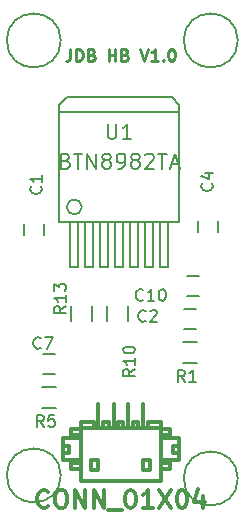
<source format=gbr>
G04 #@! TF.FileFunction,Legend,Top*
%FSLAX46Y46*%
G04 Gerber Fmt 4.6, Leading zero omitted, Abs format (unit mm)*
G04 Created by KiCad (PCBNEW 0.201508241000+6117~28~ubuntu14.04.1-product) date Sun 30 Aug 2015 03:15:56 PM PDT*
%MOMM*%
G01*
G04 APERTURE LIST*
%ADD10C,0.100000*%
%ADD11C,0.250000*%
%ADD12C,0.304800*%
%ADD13C,0.150000*%
%ADD14C,0.200000*%
G04 APERTURE END LIST*
D10*
D11*
X146360096Y-67270381D02*
X146360096Y-67984667D01*
X146312476Y-68127524D01*
X146217238Y-68222762D01*
X146074381Y-68270381D01*
X145979143Y-68270381D01*
X146836286Y-68270381D02*
X146836286Y-67270381D01*
X147074381Y-67270381D01*
X147217239Y-67318000D01*
X147312477Y-67413238D01*
X147360096Y-67508476D01*
X147407715Y-67698952D01*
X147407715Y-67841810D01*
X147360096Y-68032286D01*
X147312477Y-68127524D01*
X147217239Y-68222762D01*
X147074381Y-68270381D01*
X146836286Y-68270381D01*
X148169620Y-67746571D02*
X148312477Y-67794190D01*
X148360096Y-67841810D01*
X148407715Y-67937048D01*
X148407715Y-68079905D01*
X148360096Y-68175143D01*
X148312477Y-68222762D01*
X148217239Y-68270381D01*
X147836286Y-68270381D01*
X147836286Y-67270381D01*
X148169620Y-67270381D01*
X148264858Y-67318000D01*
X148312477Y-67365619D01*
X148360096Y-67460857D01*
X148360096Y-67556095D01*
X148312477Y-67651333D01*
X148264858Y-67698952D01*
X148169620Y-67746571D01*
X147836286Y-67746571D01*
X149598191Y-68270381D02*
X149598191Y-67270381D01*
X149598191Y-67746571D02*
X150169620Y-67746571D01*
X150169620Y-68270381D02*
X150169620Y-67270381D01*
X150979144Y-67746571D02*
X151122001Y-67794190D01*
X151169620Y-67841810D01*
X151217239Y-67937048D01*
X151217239Y-68079905D01*
X151169620Y-68175143D01*
X151122001Y-68222762D01*
X151026763Y-68270381D01*
X150645810Y-68270381D01*
X150645810Y-67270381D01*
X150979144Y-67270381D01*
X151074382Y-67318000D01*
X151122001Y-67365619D01*
X151169620Y-67460857D01*
X151169620Y-67556095D01*
X151122001Y-67651333D01*
X151074382Y-67698952D01*
X150979144Y-67746571D01*
X150645810Y-67746571D01*
X152264858Y-67270381D02*
X152598191Y-68270381D01*
X152931525Y-67270381D01*
X153788668Y-68270381D02*
X153217239Y-68270381D01*
X153502953Y-68270381D02*
X153502953Y-67270381D01*
X153407715Y-67413238D01*
X153312477Y-67508476D01*
X153217239Y-67556095D01*
X154217239Y-68175143D02*
X154264858Y-68222762D01*
X154217239Y-68270381D01*
X154169620Y-68222762D01*
X154217239Y-68175143D01*
X154217239Y-68270381D01*
X154883905Y-67270381D02*
X154979144Y-67270381D01*
X155074382Y-67318000D01*
X155122001Y-67365619D01*
X155169620Y-67460857D01*
X155217239Y-67651333D01*
X155217239Y-67889429D01*
X155169620Y-68079905D01*
X155122001Y-68175143D01*
X155074382Y-68222762D01*
X154979144Y-68270381D01*
X154883905Y-68270381D01*
X154788667Y-68222762D01*
X154741048Y-68175143D01*
X154693429Y-68079905D01*
X154645810Y-67889429D01*
X154645810Y-67651333D01*
X154693429Y-67460857D01*
X154741048Y-67365619D01*
X154788667Y-67318000D01*
X154883905Y-67270381D01*
D12*
X147220940Y-103845360D02*
X154023060Y-103845360D01*
X147220940Y-99347020D02*
X154023060Y-99347020D01*
X151622760Y-99347020D02*
X151622760Y-98846640D01*
X152120600Y-98846640D02*
X152120600Y-99347020D01*
X151620220Y-98846640D02*
X152120600Y-98846640D01*
X149120860Y-98846640D02*
X149621240Y-98846640D01*
X149621240Y-98846640D02*
X149621240Y-99347020D01*
X150822660Y-98846640D02*
X150421340Y-98846640D01*
X150421340Y-98846640D02*
X150421340Y-99347020D01*
X150822660Y-98846640D02*
X150822660Y-99347020D01*
X150022560Y-99347020D02*
X150022560Y-97345500D01*
X149123400Y-99347020D02*
X149123400Y-98846640D01*
X151221440Y-99347020D02*
X151221440Y-97345500D01*
X148724620Y-97345500D02*
X148724620Y-99347020D01*
X152519380Y-99347020D02*
X152519380Y-97345500D01*
X152920700Y-98846640D02*
X152920700Y-99347020D01*
X148323300Y-98846640D02*
X148323300Y-99347020D01*
X155519120Y-102047040D02*
X154119580Y-102047040D01*
X155021280Y-101445060D02*
X155021280Y-100845620D01*
X155521660Y-100845620D02*
X155021280Y-100845620D01*
X155521660Y-101445060D02*
X155021280Y-101445060D01*
X154820620Y-102344220D02*
X154820620Y-102844600D01*
X154820620Y-102844600D02*
X154020520Y-102844600D01*
X154020520Y-102344220D02*
X154820620Y-102344220D01*
X155521660Y-100246180D02*
X155521660Y-102047040D01*
X155519120Y-100246180D02*
X154020520Y-100246180D01*
X154020520Y-99446080D02*
X154820620Y-99446080D01*
X154820620Y-99946460D02*
X154020520Y-99946460D01*
X154820620Y-99446080D02*
X154820620Y-99946460D01*
X147223480Y-102346760D02*
X146423380Y-102346760D01*
X146423380Y-102346760D02*
X146423380Y-102847140D01*
X146423380Y-102847140D02*
X147223480Y-102847140D01*
X146423380Y-99446080D02*
X146423380Y-99946460D01*
X147223480Y-99946460D02*
X146423380Y-99946460D01*
X146423380Y-99446080D02*
X147223480Y-99446080D01*
X146225260Y-101445060D02*
X145724880Y-101445060D01*
X146225260Y-100845620D02*
X145724880Y-100845620D01*
X146225260Y-101445060D02*
X146225260Y-100845620D01*
X147223480Y-100246180D02*
X145724880Y-100246180D01*
X145724880Y-100246180D02*
X145724880Y-102047040D01*
X145724880Y-102047040D02*
X147223480Y-102047040D01*
X154020520Y-98846640D02*
X154020520Y-103845360D01*
X147223480Y-103845360D02*
X147223480Y-98846640D01*
X152519380Y-102044500D02*
X153118820Y-102044500D01*
X153118820Y-102044500D02*
X153118820Y-102946200D01*
X153118820Y-102946200D02*
X152519380Y-102946200D01*
X152519380Y-102946200D02*
X152519380Y-102044500D01*
X148125180Y-102946200D02*
X148724620Y-102946200D01*
X148724620Y-102946200D02*
X148724620Y-102044500D01*
X148724620Y-102044500D02*
X148125180Y-102044500D01*
X148125180Y-102044500D02*
X148125180Y-102946200D01*
X148323300Y-98846640D02*
X147223480Y-98846640D01*
X154020520Y-98846640D02*
X152920700Y-98846640D01*
D13*
X142406000Y-82050000D02*
X142406000Y-83050000D01*
X144106000Y-83050000D02*
X144106000Y-82050000D01*
X157138000Y-81796000D02*
X157138000Y-82796000D01*
X158838000Y-82796000D02*
X158838000Y-81796000D01*
X144026000Y-94830000D02*
X145026000Y-94830000D01*
X145026000Y-93130000D02*
X144026000Y-93130000D01*
X157218000Y-86526000D02*
X156218000Y-86526000D01*
X156218000Y-88226000D02*
X157218000Y-88226000D01*
X157064000Y-93839000D02*
X155864000Y-93839000D01*
X155864000Y-92089000D02*
X157064000Y-92089000D01*
X143926000Y-95899000D02*
X145126000Y-95899000D01*
X145126000Y-97649000D02*
X143926000Y-97649000D01*
X151243000Y-89062000D02*
X151243000Y-90262000D01*
X149493000Y-90262000D02*
X149493000Y-89062000D01*
X148195000Y-89062000D02*
X148195000Y-90262000D01*
X146445000Y-90262000D02*
X146445000Y-89062000D01*
X156964000Y-89320000D02*
X155964000Y-89320000D01*
X155964000Y-91020000D02*
X156964000Y-91020000D01*
X145542000Y-103378000D02*
G75*
G03X145542000Y-103378000I-2286000J0D01*
G01*
X160528000Y-103632000D02*
G75*
G03X160528000Y-103632000I-2286000J0D01*
G01*
X160528000Y-66548000D02*
G75*
G03X160528000Y-66548000I-2286000J0D01*
G01*
X145542000Y-66548000D02*
G75*
G03X145542000Y-66548000I-2286000J0D01*
G01*
D14*
X153955000Y-81915000D02*
X153955000Y-85725000D01*
X153955000Y-85725000D02*
X154655000Y-85725000D01*
X154655000Y-85725000D02*
X154655000Y-81915000D01*
X152685000Y-81915000D02*
X152685000Y-85725000D01*
X152685000Y-85725000D02*
X153385000Y-85725000D01*
X153385000Y-85725000D02*
X153385000Y-81915000D01*
X151415000Y-81915000D02*
X151415000Y-85725000D01*
X151415000Y-85725000D02*
X152115000Y-85725000D01*
X152115000Y-85725000D02*
X152115000Y-81915000D01*
X150145000Y-81915000D02*
X150145000Y-85725000D01*
X150145000Y-85725000D02*
X150845000Y-85725000D01*
X150845000Y-85725000D02*
X150845000Y-81915000D01*
X148875000Y-81915000D02*
X148875000Y-85725000D01*
X148875000Y-85725000D02*
X149575000Y-85725000D01*
X149575000Y-85725000D02*
X149575000Y-81915000D01*
X147605000Y-81915000D02*
X147605000Y-85725000D01*
X147605000Y-85725000D02*
X148305000Y-85725000D01*
X148305000Y-85725000D02*
X148305000Y-81915000D01*
X146335000Y-81915000D02*
X146335000Y-85725000D01*
X146335000Y-85725000D02*
X147035000Y-85725000D01*
X147035000Y-85725000D02*
X147035000Y-81915000D01*
X147320000Y-80645000D02*
G75*
G03X147320000Y-80645000I-635000J0D01*
G01*
X145415000Y-72644000D02*
X145415000Y-72009000D01*
X145415000Y-72009000D02*
X146050000Y-71374000D01*
X146050000Y-71374000D02*
X154940000Y-71374000D01*
X154940000Y-71374000D02*
X155575000Y-72009000D01*
X155575000Y-72009000D02*
X155575000Y-72644000D01*
X145415000Y-81915000D02*
X155575000Y-81915000D01*
X155575000Y-81915000D02*
X155575000Y-72644000D01*
X155575000Y-72644000D02*
X145415000Y-72644000D01*
X145415000Y-72644000D02*
X145415000Y-81915000D01*
D12*
X144489714Y-105989846D02*
X144417143Y-106062417D01*
X144199429Y-106134989D01*
X144054286Y-106134989D01*
X143836571Y-106062417D01*
X143691429Y-105917274D01*
X143618857Y-105772131D01*
X143546286Y-105481846D01*
X143546286Y-105264131D01*
X143618857Y-104973846D01*
X143691429Y-104828703D01*
X143836571Y-104683560D01*
X144054286Y-104610989D01*
X144199429Y-104610989D01*
X144417143Y-104683560D01*
X144489714Y-104756131D01*
X145433143Y-104610989D02*
X145723429Y-104610989D01*
X145868571Y-104683560D01*
X146013714Y-104828703D01*
X146086286Y-105118989D01*
X146086286Y-105626989D01*
X146013714Y-105917274D01*
X145868571Y-106062417D01*
X145723429Y-106134989D01*
X145433143Y-106134989D01*
X145288000Y-106062417D01*
X145142857Y-105917274D01*
X145070286Y-105626989D01*
X145070286Y-105118989D01*
X145142857Y-104828703D01*
X145288000Y-104683560D01*
X145433143Y-104610989D01*
X146739428Y-106134989D02*
X146739428Y-104610989D01*
X147610285Y-106134989D01*
X147610285Y-104610989D01*
X148335999Y-106134989D02*
X148335999Y-104610989D01*
X149206856Y-106134989D01*
X149206856Y-104610989D01*
X149569713Y-106280131D02*
X150730856Y-106280131D01*
X151383999Y-104610989D02*
X151529142Y-104610989D01*
X151674285Y-104683560D01*
X151746856Y-104756131D01*
X151819427Y-104901274D01*
X151891999Y-105191560D01*
X151891999Y-105554417D01*
X151819427Y-105844703D01*
X151746856Y-105989846D01*
X151674285Y-106062417D01*
X151529142Y-106134989D01*
X151383999Y-106134989D01*
X151238856Y-106062417D01*
X151166285Y-105989846D01*
X151093713Y-105844703D01*
X151021142Y-105554417D01*
X151021142Y-105191560D01*
X151093713Y-104901274D01*
X151166285Y-104756131D01*
X151238856Y-104683560D01*
X151383999Y-104610989D01*
X153343428Y-106134989D02*
X152472571Y-106134989D01*
X152907999Y-106134989D02*
X152907999Y-104610989D01*
X152762856Y-104828703D01*
X152617714Y-104973846D01*
X152472571Y-105046417D01*
X153851428Y-104610989D02*
X154867428Y-106134989D01*
X154867428Y-104610989D02*
X153851428Y-106134989D01*
X155738286Y-104610989D02*
X155883429Y-104610989D01*
X156028572Y-104683560D01*
X156101143Y-104756131D01*
X156173714Y-104901274D01*
X156246286Y-105191560D01*
X156246286Y-105554417D01*
X156173714Y-105844703D01*
X156101143Y-105989846D01*
X156028572Y-106062417D01*
X155883429Y-106134989D01*
X155738286Y-106134989D01*
X155593143Y-106062417D01*
X155520572Y-105989846D01*
X155448000Y-105844703D01*
X155375429Y-105554417D01*
X155375429Y-105191560D01*
X155448000Y-104901274D01*
X155520572Y-104756131D01*
X155593143Y-104683560D01*
X155738286Y-104610989D01*
X157552572Y-105118989D02*
X157552572Y-106134989D01*
X157189715Y-104538417D02*
X156826858Y-105626989D01*
X157770286Y-105626989D01*
D13*
X143867143Y-78906666D02*
X143914762Y-78954285D01*
X143962381Y-79097142D01*
X143962381Y-79192380D01*
X143914762Y-79335238D01*
X143819524Y-79430476D01*
X143724286Y-79478095D01*
X143533810Y-79525714D01*
X143390952Y-79525714D01*
X143200476Y-79478095D01*
X143105238Y-79430476D01*
X143010000Y-79335238D01*
X142962381Y-79192380D01*
X142962381Y-79097142D01*
X143010000Y-78954285D01*
X143057619Y-78906666D01*
X143962381Y-77954285D02*
X143962381Y-78525714D01*
X143962381Y-78240000D02*
X142962381Y-78240000D01*
X143105238Y-78335238D01*
X143200476Y-78430476D01*
X143248095Y-78525714D01*
X158345143Y-78652666D02*
X158392762Y-78700285D01*
X158440381Y-78843142D01*
X158440381Y-78938380D01*
X158392762Y-79081238D01*
X158297524Y-79176476D01*
X158202286Y-79224095D01*
X158011810Y-79271714D01*
X157868952Y-79271714D01*
X157678476Y-79224095D01*
X157583238Y-79176476D01*
X157488000Y-79081238D01*
X157440381Y-78938380D01*
X157440381Y-78843142D01*
X157488000Y-78700285D01*
X157535619Y-78652666D01*
X157773714Y-77795523D02*
X158440381Y-77795523D01*
X157392762Y-78033619D02*
X158107048Y-78271714D01*
X158107048Y-77652666D01*
X143851334Y-92559143D02*
X143803715Y-92606762D01*
X143660858Y-92654381D01*
X143565620Y-92654381D01*
X143422762Y-92606762D01*
X143327524Y-92511524D01*
X143279905Y-92416286D01*
X143232286Y-92225810D01*
X143232286Y-92082952D01*
X143279905Y-91892476D01*
X143327524Y-91797238D01*
X143422762Y-91702000D01*
X143565620Y-91654381D01*
X143660858Y-91654381D01*
X143803715Y-91702000D01*
X143851334Y-91749619D01*
X144184667Y-91654381D02*
X144851334Y-91654381D01*
X144422762Y-92654381D01*
X152519143Y-88495143D02*
X152471524Y-88542762D01*
X152328667Y-88590381D01*
X152233429Y-88590381D01*
X152090571Y-88542762D01*
X151995333Y-88447524D01*
X151947714Y-88352286D01*
X151900095Y-88161810D01*
X151900095Y-88018952D01*
X151947714Y-87828476D01*
X151995333Y-87733238D01*
X152090571Y-87638000D01*
X152233429Y-87590381D01*
X152328667Y-87590381D01*
X152471524Y-87638000D01*
X152519143Y-87685619D01*
X153471524Y-88590381D02*
X152900095Y-88590381D01*
X153185809Y-88590381D02*
X153185809Y-87590381D01*
X153090571Y-87733238D01*
X152995333Y-87828476D01*
X152900095Y-87876095D01*
X154090571Y-87590381D02*
X154185810Y-87590381D01*
X154281048Y-87638000D01*
X154328667Y-87685619D01*
X154376286Y-87780857D01*
X154423905Y-87971333D01*
X154423905Y-88209429D01*
X154376286Y-88399905D01*
X154328667Y-88495143D01*
X154281048Y-88542762D01*
X154185810Y-88590381D01*
X154090571Y-88590381D01*
X153995333Y-88542762D01*
X153947714Y-88495143D01*
X153900095Y-88399905D01*
X153852476Y-88209429D01*
X153852476Y-87971333D01*
X153900095Y-87780857D01*
X153947714Y-87685619D01*
X153995333Y-87638000D01*
X154090571Y-87590381D01*
X156043334Y-95448381D02*
X155710000Y-94972190D01*
X155471905Y-95448381D02*
X155471905Y-94448381D01*
X155852858Y-94448381D01*
X155948096Y-94496000D01*
X155995715Y-94543619D01*
X156043334Y-94638857D01*
X156043334Y-94781714D01*
X155995715Y-94876952D01*
X155948096Y-94924571D01*
X155852858Y-94972190D01*
X155471905Y-94972190D01*
X156995715Y-95448381D02*
X156424286Y-95448381D01*
X156710000Y-95448381D02*
X156710000Y-94448381D01*
X156614762Y-94591238D01*
X156519524Y-94686476D01*
X156424286Y-94734095D01*
X144105334Y-99258381D02*
X143772000Y-98782190D01*
X143533905Y-99258381D02*
X143533905Y-98258381D01*
X143914858Y-98258381D01*
X144010096Y-98306000D01*
X144057715Y-98353619D01*
X144105334Y-98448857D01*
X144105334Y-98591714D01*
X144057715Y-98686952D01*
X144010096Y-98734571D01*
X143914858Y-98782190D01*
X143533905Y-98782190D01*
X145010096Y-98258381D02*
X144533905Y-98258381D01*
X144486286Y-98734571D01*
X144533905Y-98686952D01*
X144629143Y-98639333D01*
X144867239Y-98639333D01*
X144962477Y-98686952D01*
X145010096Y-98734571D01*
X145057715Y-98829810D01*
X145057715Y-99067905D01*
X145010096Y-99163143D01*
X144962477Y-99210762D01*
X144867239Y-99258381D01*
X144629143Y-99258381D01*
X144533905Y-99210762D01*
X144486286Y-99163143D01*
X151836381Y-94368857D02*
X151360190Y-94702191D01*
X151836381Y-94940286D02*
X150836381Y-94940286D01*
X150836381Y-94559333D01*
X150884000Y-94464095D01*
X150931619Y-94416476D01*
X151026857Y-94368857D01*
X151169714Y-94368857D01*
X151264952Y-94416476D01*
X151312571Y-94464095D01*
X151360190Y-94559333D01*
X151360190Y-94940286D01*
X151836381Y-93416476D02*
X151836381Y-93987905D01*
X151836381Y-93702191D02*
X150836381Y-93702191D01*
X150979238Y-93797429D01*
X151074476Y-93892667D01*
X151122095Y-93987905D01*
X150836381Y-92797429D02*
X150836381Y-92702190D01*
X150884000Y-92606952D01*
X150931619Y-92559333D01*
X151026857Y-92511714D01*
X151217333Y-92464095D01*
X151455429Y-92464095D01*
X151645905Y-92511714D01*
X151741143Y-92559333D01*
X151788762Y-92606952D01*
X151836381Y-92702190D01*
X151836381Y-92797429D01*
X151788762Y-92892667D01*
X151741143Y-92940286D01*
X151645905Y-92987905D01*
X151455429Y-93035524D01*
X151217333Y-93035524D01*
X151026857Y-92987905D01*
X150931619Y-92940286D01*
X150884000Y-92892667D01*
X150836381Y-92797429D01*
X145994381Y-89034857D02*
X145518190Y-89368191D01*
X145994381Y-89606286D02*
X144994381Y-89606286D01*
X144994381Y-89225333D01*
X145042000Y-89130095D01*
X145089619Y-89082476D01*
X145184857Y-89034857D01*
X145327714Y-89034857D01*
X145422952Y-89082476D01*
X145470571Y-89130095D01*
X145518190Y-89225333D01*
X145518190Y-89606286D01*
X145994381Y-88082476D02*
X145994381Y-88653905D01*
X145994381Y-88368191D02*
X144994381Y-88368191D01*
X145137238Y-88463429D01*
X145232476Y-88558667D01*
X145280095Y-88653905D01*
X144994381Y-87749143D02*
X144994381Y-87130095D01*
X145375333Y-87463429D01*
X145375333Y-87320571D01*
X145422952Y-87225333D01*
X145470571Y-87177714D01*
X145565810Y-87130095D01*
X145803905Y-87130095D01*
X145899143Y-87177714D01*
X145946762Y-87225333D01*
X145994381Y-87320571D01*
X145994381Y-87606286D01*
X145946762Y-87701524D01*
X145899143Y-87749143D01*
X152741334Y-90273143D02*
X152693715Y-90320762D01*
X152550858Y-90368381D01*
X152455620Y-90368381D01*
X152312762Y-90320762D01*
X152217524Y-90225524D01*
X152169905Y-90130286D01*
X152122286Y-89939810D01*
X152122286Y-89796952D01*
X152169905Y-89606476D01*
X152217524Y-89511238D01*
X152312762Y-89416000D01*
X152455620Y-89368381D01*
X152550858Y-89368381D01*
X152693715Y-89416000D01*
X152741334Y-89463619D01*
X153122286Y-89463619D02*
X153169905Y-89416000D01*
X153265143Y-89368381D01*
X153503239Y-89368381D01*
X153598477Y-89416000D01*
X153646096Y-89463619D01*
X153693715Y-89558857D01*
X153693715Y-89654095D01*
X153646096Y-89796952D01*
X153074667Y-90368381D01*
X153693715Y-90368381D01*
D14*
X149527381Y-73599524D02*
X149527381Y-74627619D01*
X149587857Y-74748571D01*
X149648333Y-74809048D01*
X149769286Y-74869524D01*
X150011190Y-74869524D01*
X150132143Y-74809048D01*
X150192619Y-74748571D01*
X150253095Y-74627619D01*
X150253095Y-73599524D01*
X151523095Y-74869524D02*
X150797381Y-74869524D01*
X151160238Y-74869524D02*
X151160238Y-73599524D01*
X151039286Y-73780952D01*
X150918333Y-73901905D01*
X150797381Y-73962381D01*
X145989524Y-76744286D02*
X146170953Y-76804762D01*
X146231429Y-76865238D01*
X146291905Y-76986190D01*
X146291905Y-77167619D01*
X146231429Y-77288571D01*
X146170953Y-77349048D01*
X146050000Y-77409524D01*
X145566191Y-77409524D01*
X145566191Y-76139524D01*
X145989524Y-76139524D01*
X146110477Y-76200000D01*
X146170953Y-76260476D01*
X146231429Y-76381429D01*
X146231429Y-76502381D01*
X146170953Y-76623333D01*
X146110477Y-76683810D01*
X145989524Y-76744286D01*
X145566191Y-76744286D01*
X146654762Y-76139524D02*
X147380477Y-76139524D01*
X147017620Y-77409524D02*
X147017620Y-76139524D01*
X147803810Y-77409524D02*
X147803810Y-76139524D01*
X148529524Y-77409524D01*
X148529524Y-76139524D01*
X149315715Y-76683810D02*
X149194762Y-76623333D01*
X149134286Y-76562857D01*
X149073810Y-76441905D01*
X149073810Y-76381429D01*
X149134286Y-76260476D01*
X149194762Y-76200000D01*
X149315715Y-76139524D01*
X149557619Y-76139524D01*
X149678572Y-76200000D01*
X149739048Y-76260476D01*
X149799524Y-76381429D01*
X149799524Y-76441905D01*
X149739048Y-76562857D01*
X149678572Y-76623333D01*
X149557619Y-76683810D01*
X149315715Y-76683810D01*
X149194762Y-76744286D01*
X149134286Y-76804762D01*
X149073810Y-76925714D01*
X149073810Y-77167619D01*
X149134286Y-77288571D01*
X149194762Y-77349048D01*
X149315715Y-77409524D01*
X149557619Y-77409524D01*
X149678572Y-77349048D01*
X149739048Y-77288571D01*
X149799524Y-77167619D01*
X149799524Y-76925714D01*
X149739048Y-76804762D01*
X149678572Y-76744286D01*
X149557619Y-76683810D01*
X150404286Y-77409524D02*
X150646191Y-77409524D01*
X150767143Y-77349048D01*
X150827619Y-77288571D01*
X150948572Y-77107143D01*
X151009048Y-76865238D01*
X151009048Y-76381429D01*
X150948572Y-76260476D01*
X150888096Y-76200000D01*
X150767143Y-76139524D01*
X150525239Y-76139524D01*
X150404286Y-76200000D01*
X150343810Y-76260476D01*
X150283334Y-76381429D01*
X150283334Y-76683810D01*
X150343810Y-76804762D01*
X150404286Y-76865238D01*
X150525239Y-76925714D01*
X150767143Y-76925714D01*
X150888096Y-76865238D01*
X150948572Y-76804762D01*
X151009048Y-76683810D01*
X151734763Y-76683810D02*
X151613810Y-76623333D01*
X151553334Y-76562857D01*
X151492858Y-76441905D01*
X151492858Y-76381429D01*
X151553334Y-76260476D01*
X151613810Y-76200000D01*
X151734763Y-76139524D01*
X151976667Y-76139524D01*
X152097620Y-76200000D01*
X152158096Y-76260476D01*
X152218572Y-76381429D01*
X152218572Y-76441905D01*
X152158096Y-76562857D01*
X152097620Y-76623333D01*
X151976667Y-76683810D01*
X151734763Y-76683810D01*
X151613810Y-76744286D01*
X151553334Y-76804762D01*
X151492858Y-76925714D01*
X151492858Y-77167619D01*
X151553334Y-77288571D01*
X151613810Y-77349048D01*
X151734763Y-77409524D01*
X151976667Y-77409524D01*
X152097620Y-77349048D01*
X152158096Y-77288571D01*
X152218572Y-77167619D01*
X152218572Y-76925714D01*
X152158096Y-76804762D01*
X152097620Y-76744286D01*
X151976667Y-76683810D01*
X152702382Y-76260476D02*
X152762858Y-76200000D01*
X152883810Y-76139524D01*
X153186191Y-76139524D01*
X153307144Y-76200000D01*
X153367620Y-76260476D01*
X153428096Y-76381429D01*
X153428096Y-76502381D01*
X153367620Y-76683810D01*
X152641906Y-77409524D01*
X153428096Y-77409524D01*
X153790953Y-76139524D02*
X154516668Y-76139524D01*
X154153811Y-77409524D02*
X154153811Y-76139524D01*
X154879525Y-77046667D02*
X155484287Y-77046667D01*
X154758572Y-77409524D02*
X155181906Y-76139524D01*
X155605239Y-77409524D01*
M02*

</source>
